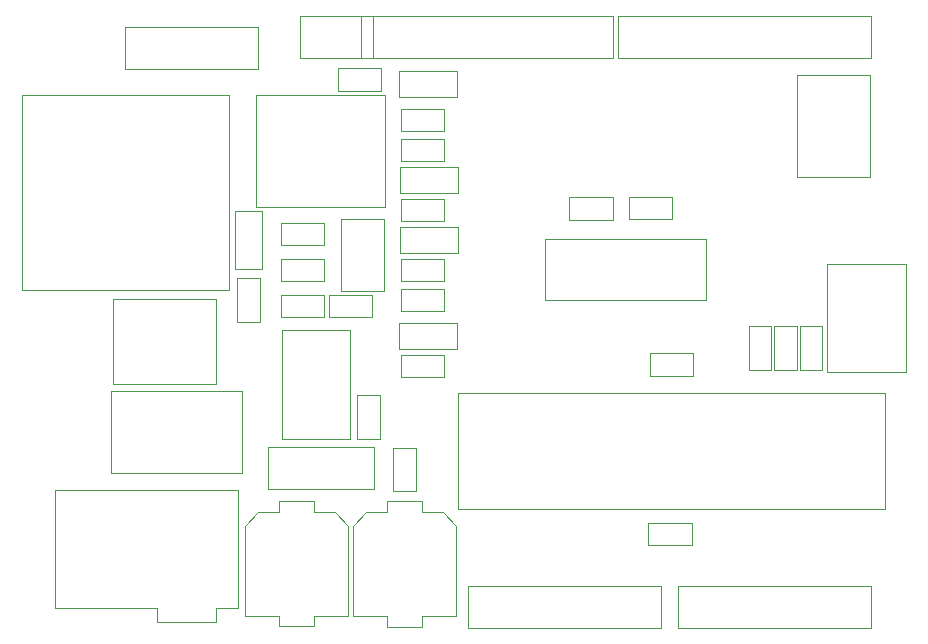
<source format=gbr>
G04 #@! TF.GenerationSoftware,KiCad,Pcbnew,(5.1.4-0-10_14)*
G04 #@! TF.CreationDate,2020-06-11T20:45:35+02:00*
G04 #@! TF.ProjectId,zArduino,7a417264-7569-46e6-9f2e-6b696361645f,rev?*
G04 #@! TF.SameCoordinates,Original*
G04 #@! TF.FileFunction,Other,User*
%FSLAX46Y46*%
G04 Gerber Fmt 4.6, Leading zero omitted, Abs format (unit mm)*
G04 Created by KiCad (PCBNEW (5.1.4-0-10_14)) date 2020-06-11 20:45:35*
%MOMM*%
%LPD*%
G04 APERTURE LIST*
%ADD10C,0.050000*%
G04 APERTURE END LIST*
D10*
X184172000Y-87652000D02*
X184172000Y-79002000D01*
X184172000Y-79002000D02*
X178022000Y-79002000D01*
X178022000Y-79002000D02*
X178022000Y-87652000D01*
X178022000Y-87652000D02*
X184172000Y-87652000D01*
X142208000Y-114018000D02*
X133208000Y-114018000D01*
X133208000Y-114018000D02*
X133208000Y-110518000D01*
X133208000Y-110518000D02*
X142208000Y-110518000D01*
X142208000Y-110518000D02*
X142208000Y-114018000D01*
X184248200Y-77593600D02*
X184248200Y-73993600D01*
X162898200Y-77593600D02*
X184248200Y-77593600D01*
X162898200Y-73993600D02*
X162898200Y-77593600D01*
X184248200Y-73993600D02*
X162898200Y-73993600D01*
X162429600Y-73993600D02*
X141079600Y-73993600D01*
X141079600Y-73993600D02*
X141079600Y-77593600D01*
X141079600Y-77593600D02*
X162429600Y-77593600D01*
X162429600Y-77593600D02*
X162429600Y-73993600D01*
X143168000Y-80695600D02*
X132168000Y-80695600D01*
X143168000Y-90195600D02*
X132168000Y-90195600D01*
X143168000Y-80695600D02*
X143168000Y-90195600D01*
X132168000Y-80695600D02*
X132168000Y-90195600D01*
X142682000Y-106091000D02*
X142682000Y-109791000D01*
X140782000Y-106091000D02*
X142682000Y-106091000D01*
X140782000Y-109791000D02*
X140782000Y-106091000D01*
X142682000Y-109791000D02*
X140782000Y-109791000D01*
X132522000Y-96203000D02*
X132522000Y-99903000D01*
X130622000Y-96203000D02*
X132522000Y-96203000D01*
X130622000Y-99903000D02*
X130622000Y-96203000D01*
X132522000Y-99903000D02*
X130622000Y-99903000D01*
X134285000Y-94554000D02*
X137985000Y-94554000D01*
X134285000Y-96454000D02*
X134285000Y-94554000D01*
X137985000Y-96454000D02*
X134285000Y-96454000D01*
X137985000Y-94554000D02*
X137985000Y-96454000D01*
X134303000Y-93406000D02*
X134303000Y-91506000D01*
X134303000Y-91506000D02*
X138003000Y-91506000D01*
X138003000Y-91506000D02*
X138003000Y-93406000D01*
X138003000Y-93406000D02*
X134303000Y-93406000D01*
X139129000Y-80325000D02*
X139129000Y-78425000D01*
X139129000Y-78425000D02*
X142829000Y-78425000D01*
X142829000Y-78425000D02*
X142829000Y-80325000D01*
X142829000Y-80325000D02*
X139129000Y-80325000D01*
X145739000Y-110545000D02*
X145739000Y-114245000D01*
X143839000Y-110545000D02*
X145739000Y-110545000D01*
X143839000Y-114245000D02*
X143839000Y-110545000D01*
X145739000Y-114245000D02*
X143839000Y-114245000D01*
X148154000Y-102682000D02*
X148154000Y-104582000D01*
X148154000Y-104582000D02*
X144454000Y-104582000D01*
X144454000Y-104582000D02*
X144454000Y-102682000D01*
X144454000Y-102682000D02*
X148154000Y-102682000D01*
X169245000Y-102555000D02*
X169245000Y-104455000D01*
X169245000Y-104455000D02*
X165545000Y-104455000D01*
X165545000Y-104455000D02*
X165545000Y-102555000D01*
X165545000Y-102555000D02*
X169245000Y-102555000D01*
X163749000Y-91221600D02*
X163749000Y-89321600D01*
X163749000Y-89321600D02*
X167449000Y-89321600D01*
X167449000Y-89321600D02*
X167449000Y-91221600D01*
X167449000Y-91221600D02*
X163749000Y-91221600D01*
X158712400Y-89372400D02*
X162412400Y-89372400D01*
X158712400Y-91272400D02*
X158712400Y-89372400D01*
X162412400Y-91272400D02*
X158712400Y-91272400D01*
X162412400Y-89372400D02*
X162412400Y-91272400D01*
X165418000Y-118806000D02*
X165418000Y-116906000D01*
X165418000Y-116906000D02*
X169118000Y-116906000D01*
X169118000Y-116906000D02*
X169118000Y-118806000D01*
X169118000Y-118806000D02*
X165418000Y-118806000D01*
X149225500Y-102212000D02*
X144325500Y-102212000D01*
X149225500Y-99972000D02*
X149225500Y-102212000D01*
X144325500Y-99972000D02*
X149225500Y-99972000D01*
X144325500Y-102212000D02*
X144325500Y-99972000D01*
X144398500Y-89004000D02*
X144398500Y-86764000D01*
X144398500Y-86764000D02*
X149298500Y-86764000D01*
X149298500Y-86764000D02*
X149298500Y-89004000D01*
X149298500Y-89004000D02*
X144398500Y-89004000D01*
X144398500Y-94084000D02*
X144398500Y-91844000D01*
X144398500Y-91844000D02*
X149298500Y-91844000D01*
X149298500Y-91844000D02*
X149298500Y-94084000D01*
X149298500Y-94084000D02*
X144398500Y-94084000D01*
X144325500Y-78636000D02*
X149225500Y-78636000D01*
X144325500Y-80876000D02*
X144325500Y-78636000D01*
X149225500Y-80876000D02*
X144325500Y-80876000D01*
X149225500Y-78636000D02*
X149225500Y-80876000D01*
X129929800Y-97240800D02*
X129929800Y-80700800D01*
X129929800Y-80700800D02*
X112429800Y-80700800D01*
X112429800Y-80700800D02*
X112429800Y-97240800D01*
X112429800Y-97240800D02*
X129929800Y-97240800D01*
X121136000Y-78508000D02*
X132336000Y-78508000D01*
X132336000Y-78508000D02*
X132336000Y-74908000D01*
X132336000Y-74908000D02*
X121136000Y-74908000D01*
X121136000Y-74908000D02*
X121136000Y-78508000D01*
X150168200Y-125853600D02*
X166468200Y-125853600D01*
X166468200Y-125853600D02*
X166468200Y-122253600D01*
X166468200Y-122253600D02*
X150168200Y-122253600D01*
X150168200Y-122253600D02*
X150168200Y-125853600D01*
X167973600Y-122253600D02*
X167973600Y-125853600D01*
X184273600Y-122253600D02*
X167973600Y-122253600D01*
X184273600Y-125853600D02*
X184273600Y-122253600D01*
X167973600Y-125853600D02*
X184273600Y-125853600D01*
X139424000Y-91164000D02*
X139424000Y-97314000D01*
X139424000Y-97314000D02*
X143024000Y-97314000D01*
X143024000Y-97314000D02*
X143024000Y-91164000D01*
X143024000Y-91164000D02*
X139424000Y-91164000D01*
X120060000Y-105200000D02*
X128860000Y-105200000D01*
X120060000Y-98000000D02*
X120060000Y-105200000D01*
X128860000Y-98000000D02*
X120060000Y-98000000D01*
X128860000Y-105200000D02*
X128860000Y-98000000D01*
X138358000Y-97602000D02*
X142058000Y-97602000D01*
X138358000Y-99502000D02*
X138358000Y-97602000D01*
X142058000Y-99502000D02*
X138358000Y-99502000D01*
X142058000Y-97602000D02*
X142058000Y-99502000D01*
X138003000Y-97602000D02*
X138003000Y-99502000D01*
X138003000Y-99502000D02*
X134303000Y-99502000D01*
X134303000Y-99502000D02*
X134303000Y-97602000D01*
X134303000Y-97602000D02*
X138003000Y-97602000D01*
X144463000Y-97094000D02*
X148163000Y-97094000D01*
X144463000Y-98994000D02*
X144463000Y-97094000D01*
X148163000Y-98994000D02*
X144463000Y-98994000D01*
X148163000Y-97094000D02*
X148163000Y-98994000D01*
X148163000Y-94554000D02*
X148163000Y-96454000D01*
X148163000Y-96454000D02*
X144463000Y-96454000D01*
X144463000Y-96454000D02*
X144463000Y-94554000D01*
X144463000Y-94554000D02*
X148163000Y-94554000D01*
X144454000Y-86294000D02*
X144454000Y-84394000D01*
X144454000Y-84394000D02*
X148154000Y-84394000D01*
X148154000Y-84394000D02*
X148154000Y-86294000D01*
X148154000Y-86294000D02*
X144454000Y-86294000D01*
X148145000Y-91374000D02*
X144445000Y-91374000D01*
X148145000Y-89474000D02*
X148145000Y-91374000D01*
X144445000Y-89474000D02*
X148145000Y-89474000D01*
X144445000Y-91374000D02*
X144445000Y-89474000D01*
X180147000Y-100249000D02*
X180147000Y-103949000D01*
X178247000Y-100249000D02*
X180147000Y-100249000D01*
X178247000Y-103949000D02*
X178247000Y-100249000D01*
X180147000Y-103949000D02*
X178247000Y-103949000D01*
X176088000Y-103967000D02*
X176088000Y-100267000D01*
X177988000Y-103967000D02*
X176088000Y-103967000D01*
X177988000Y-100267000D02*
X177988000Y-103967000D01*
X176088000Y-100267000D02*
X177988000Y-100267000D01*
X173929000Y-100267000D02*
X175829000Y-100267000D01*
X175829000Y-100267000D02*
X175829000Y-103967000D01*
X175829000Y-103967000D02*
X173929000Y-103967000D01*
X173929000Y-103967000D02*
X173929000Y-100267000D01*
X144463000Y-83754000D02*
X144463000Y-81854000D01*
X144463000Y-81854000D02*
X148163000Y-81854000D01*
X148163000Y-81854000D02*
X148163000Y-83754000D01*
X148163000Y-83754000D02*
X144463000Y-83754000D01*
X187246000Y-95018000D02*
X187246000Y-104118000D01*
X187246000Y-104118000D02*
X180546000Y-104118000D01*
X180546000Y-104118000D02*
X180546000Y-95018000D01*
X180546000Y-95018000D02*
X187246000Y-95018000D01*
X140177000Y-100550000D02*
X134397000Y-100550000D01*
X134397000Y-100550000D02*
X134397000Y-109850000D01*
X134397000Y-109850000D02*
X140177000Y-109850000D01*
X140177000Y-109850000D02*
X140177000Y-100550000D01*
X185446000Y-105935600D02*
X149346000Y-105935600D01*
X149346000Y-105935600D02*
X149346000Y-115735600D01*
X149346000Y-115735600D02*
X185446000Y-115735600D01*
X185446000Y-115735600D02*
X185446000Y-105935600D01*
X170274400Y-98078600D02*
X170274400Y-92878600D01*
X170274400Y-92878600D02*
X156674400Y-92878600D01*
X156674400Y-92878600D02*
X156674400Y-98078600D01*
X156674400Y-98078600D02*
X170274400Y-98078600D01*
X132692000Y-95414000D02*
X130452000Y-95414000D01*
X130452000Y-95414000D02*
X130452000Y-90514000D01*
X130452000Y-90514000D02*
X132692000Y-90514000D01*
X132692000Y-90514000D02*
X132692000Y-95414000D01*
X142109600Y-73993600D02*
X135959600Y-73993600D01*
X135959600Y-73993600D02*
X135959600Y-77593600D01*
X135959600Y-77593600D02*
X142109600Y-77593600D01*
X142109600Y-77593600D02*
X142109600Y-73993600D01*
X115186000Y-124151400D02*
X123786000Y-124151400D01*
X130686000Y-124151400D02*
X130686000Y-114151400D01*
X130686000Y-114151400D02*
X115186000Y-114151400D01*
X115186000Y-114151400D02*
X115186000Y-124151400D01*
X128786000Y-124151400D02*
X130686000Y-124151400D01*
X128786000Y-125351400D02*
X123786000Y-125351400D01*
X123786000Y-125351400D02*
X123786000Y-124151400D01*
X128786000Y-125351400D02*
X128786000Y-124151400D01*
X131026000Y-112720000D02*
X131026000Y-105720000D01*
X131026000Y-105720000D02*
X119926000Y-105720000D01*
X119926000Y-105720000D02*
X119926000Y-112720000D01*
X119926000Y-112720000D02*
X131026000Y-112720000D01*
X149180000Y-124796000D02*
X146280000Y-124796000D01*
X146280000Y-124796000D02*
X146280000Y-125696000D01*
X146280000Y-125696000D02*
X143280000Y-125696000D01*
X143280000Y-125696000D02*
X143280000Y-124796000D01*
X143280000Y-124796000D02*
X140380000Y-124796000D01*
X140380000Y-117146000D02*
X140380000Y-124796000D01*
X149180000Y-117146000D02*
X149180000Y-124796000D01*
X141530000Y-115996000D02*
X140380000Y-117146000D01*
X148030000Y-115996000D02*
X149180000Y-117146000D01*
X148030000Y-115996000D02*
X146280000Y-115996000D01*
X143280000Y-115996000D02*
X141530000Y-115996000D01*
X146280000Y-115996000D02*
X146280000Y-115096000D01*
X146280000Y-115096000D02*
X143280000Y-115096000D01*
X143280000Y-115096000D02*
X143280000Y-115996000D01*
X134136000Y-115094000D02*
X134136000Y-115994000D01*
X137136000Y-115094000D02*
X134136000Y-115094000D01*
X137136000Y-115994000D02*
X137136000Y-115094000D01*
X134136000Y-115994000D02*
X132386000Y-115994000D01*
X138886000Y-115994000D02*
X137136000Y-115994000D01*
X138886000Y-115994000D02*
X140036000Y-117144000D01*
X132386000Y-115994000D02*
X131236000Y-117144000D01*
X140036000Y-117144000D02*
X140036000Y-124794000D01*
X131236000Y-117144000D02*
X131236000Y-124794000D01*
X134136000Y-124794000D02*
X131236000Y-124794000D01*
X134136000Y-125694000D02*
X134136000Y-124794000D01*
X137136000Y-125694000D02*
X134136000Y-125694000D01*
X137136000Y-124794000D02*
X137136000Y-125694000D01*
X140036000Y-124794000D02*
X137136000Y-124794000D01*
M02*

</source>
